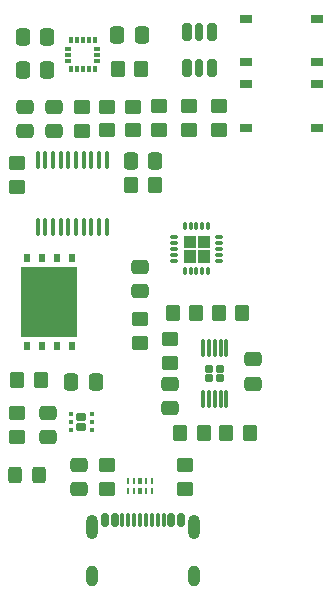
<source format=gbr>
%TF.GenerationSoftware,KiCad,Pcbnew,9.0.4*%
%TF.CreationDate,2025-09-15T16:29:57+02:00*%
%TF.ProjectId,stm32-mcu,73746d33-322d-46d6-9375-2e6b69636164,rev?*%
%TF.SameCoordinates,Original*%
%TF.FileFunction,Paste,Top*%
%TF.FilePolarity,Positive*%
%FSLAX46Y46*%
G04 Gerber Fmt 4.6, Leading zero omitted, Abs format (unit mm)*
G04 Created by KiCad (PCBNEW 9.0.4) date 2025-09-15 16:29:57*
%MOMM*%
%LPD*%
G01*
G04 APERTURE LIST*
G04 Aperture macros list*
%AMRoundRect*
0 Rectangle with rounded corners*
0 $1 Rounding radius*
0 $2 $3 $4 $5 $6 $7 $8 $9 X,Y pos of 4 corners*
0 Add a 4 corners polygon primitive as box body*
4,1,4,$2,$3,$4,$5,$6,$7,$8,$9,$2,$3,0*
0 Add four circle primitives for the rounded corners*
1,1,$1+$1,$2,$3*
1,1,$1+$1,$4,$5*
1,1,$1+$1,$6,$7*
1,1,$1+$1,$8,$9*
0 Add four rect primitives between the rounded corners*
20,1,$1+$1,$2,$3,$4,$5,0*
20,1,$1+$1,$4,$5,$6,$7,0*
20,1,$1+$1,$6,$7,$8,$9,0*
20,1,$1+$1,$8,$9,$2,$3,0*%
G04 Aperture macros list end*
%ADD10C,0.010000*%
%ADD11C,0.000000*%
%ADD12RoundRect,0.160000X-0.240000X0.565000X-0.240000X-0.565000X0.240000X-0.565000X0.240000X0.565000X0*%
%ADD13RoundRect,0.120000X-0.180000X0.605000X-0.180000X-0.605000X0.180000X-0.605000X0.180000X0.605000X0*%
%ADD14RoundRect,0.087500X0.087500X-0.187500X0.087500X0.187500X-0.087500X0.187500X-0.087500X-0.187500X0*%
%ADD15RoundRect,0.087500X0.187500X-0.087500X0.187500X0.087500X-0.187500X0.087500X-0.187500X-0.087500X0*%
%ADD16RoundRect,0.150000X-0.150000X-0.425000X0.150000X-0.425000X0.150000X0.425000X-0.150000X0.425000X0*%
%ADD17RoundRect,0.075000X-0.075000X-0.500000X0.075000X-0.500000X0.075000X0.500000X-0.075000X0.500000X0*%
%ADD18O,1.000000X2.100000*%
%ADD19O,1.000000X1.800000*%
%ADD20RoundRect,0.250000X-0.450000X0.350000X-0.450000X-0.350000X0.450000X-0.350000X0.450000X0.350000X0*%
%ADD21RoundRect,0.250000X-0.475000X0.337500X-0.475000X-0.337500X0.475000X-0.337500X0.475000X0.337500X0*%
%ADD22RoundRect,0.250000X-0.350000X-0.450000X0.350000X-0.450000X0.350000X0.450000X-0.350000X0.450000X0*%
%ADD23RoundRect,0.250000X0.475000X-0.337500X0.475000X0.337500X-0.475000X0.337500X-0.475000X-0.337500X0*%
%ADD24RoundRect,0.250000X0.450000X-0.350000X0.450000X0.350000X-0.450000X0.350000X-0.450000X-0.350000X0*%
%ADD25RoundRect,0.250000X0.337500X0.475000X-0.337500X0.475000X-0.337500X-0.475000X0.337500X-0.475000X0*%
%ADD26RoundRect,0.250000X0.325000X0.450000X-0.325000X0.450000X-0.325000X-0.450000X0.325000X-0.450000X0*%
%ADD27RoundRect,0.250000X-0.337500X-0.475000X0.337500X-0.475000X0.337500X0.475000X-0.337500X0.475000X0*%
%ADD28RoundRect,0.250000X0.350000X0.450000X-0.350000X0.450000X-0.350000X-0.450000X0.350000X-0.450000X0*%
%ADD29R,0.250000X0.500000*%
%ADD30R,0.450000X0.500000*%
%ADD31RoundRect,0.070200X-0.284800X-0.059800X0.284800X-0.059800X0.284800X0.059800X-0.284800X0.059800X0*%
%ADD32RoundRect,0.070200X-0.059800X-0.284800X0.059800X-0.284800X0.059800X0.284800X-0.059800X0.284800X0*%
%ADD33R,1.000000X0.700000*%
%ADD34R,0.508000X0.660400*%
%ADD35R,4.800600X5.994400*%
%ADD36RoundRect,0.172500X-0.262500X-0.172500X0.262500X-0.172500X0.262500X0.172500X-0.262500X0.172500X0*%
%ADD37RoundRect,0.093750X-0.093750X-0.106250X0.093750X-0.106250X0.093750X0.106250X-0.093750X0.106250X0*%
%ADD38RoundRect,0.157500X0.222500X-0.157500X0.222500X0.157500X-0.222500X0.157500X-0.222500X-0.157500X0*%
%ADD39RoundRect,0.075000X0.075000X-0.650000X0.075000X0.650000X-0.075000X0.650000X-0.075000X-0.650000X0*%
%ADD40RoundRect,0.100000X-0.100000X0.637500X-0.100000X-0.637500X0.100000X-0.637500X0.100000X0.637500X0*%
G04 APERTURE END LIST*
D10*
%TO.C,U7*%
X145600616Y-93165485D02*
X144639516Y-93165485D01*
X144639516Y-92205616D01*
X145600616Y-92205616D01*
X145600616Y-93165485D01*
G36*
X145600616Y-93165485D02*
G01*
X144639516Y-93165485D01*
X144639516Y-92205616D01*
X145600616Y-92205616D01*
X145600616Y-93165485D01*
G37*
X145600000Y-91944936D02*
X144640064Y-91944936D01*
X144640064Y-90985000D01*
X145600000Y-90985000D01*
X145600000Y-91944936D01*
G36*
X145600000Y-91944936D02*
G01*
X144640064Y-91944936D01*
X144640064Y-90985000D01*
X145600000Y-90985000D01*
X145600000Y-91944936D01*
G37*
X144380000Y-93165160D02*
X143419840Y-93165160D01*
X143419840Y-92205000D01*
X144380000Y-92205000D01*
X144380000Y-93165160D01*
G36*
X144380000Y-93165160D02*
G01*
X143419840Y-93165160D01*
X143419840Y-92205000D01*
X144380000Y-92205000D01*
X144380000Y-93165160D01*
G37*
X144379792Y-91945162D02*
X143419837Y-91945162D01*
X143419837Y-90984792D01*
X144379792Y-90984792D01*
X144379792Y-91945162D01*
G36*
X144379792Y-91945162D02*
G01*
X143419837Y-91945162D01*
X143419837Y-90984792D01*
X144379792Y-90984792D01*
X144379792Y-91945162D01*
G37*
D11*
%TO.C,U3*%
G36*
X131162173Y-95015549D02*
G01*
X129761973Y-95015549D01*
X129761973Y-93716949D01*
X131162173Y-93716949D01*
X131162173Y-95015549D01*
G37*
G36*
X131162173Y-96514149D02*
G01*
X129761973Y-96514149D01*
X129761973Y-95215549D01*
X131162173Y-95215549D01*
X131162173Y-96514149D01*
G37*
G36*
X131162173Y-98012749D02*
G01*
X129761973Y-98012749D01*
X129761973Y-96714149D01*
X131162173Y-96714149D01*
X131162173Y-98012749D01*
G37*
G36*
X131162173Y-99511349D02*
G01*
X129761973Y-99511349D01*
X129761973Y-98212749D01*
X131162173Y-98212749D01*
X131162173Y-99511349D01*
G37*
G36*
X132762373Y-95015549D02*
G01*
X131362173Y-95015549D01*
X131362173Y-93716949D01*
X132762373Y-93716949D01*
X132762373Y-95015549D01*
G37*
G36*
X132762373Y-96514149D02*
G01*
X131362173Y-96514149D01*
X131362173Y-95215549D01*
X132762373Y-95215549D01*
X132762373Y-96514149D01*
G37*
G36*
X132762373Y-98012749D02*
G01*
X131362173Y-98012749D01*
X131362173Y-96714149D01*
X132762373Y-96714149D01*
X132762373Y-98012749D01*
G37*
G36*
X132762373Y-99511349D02*
G01*
X131362173Y-99511349D01*
X131362173Y-98212749D01*
X132762373Y-98212749D01*
X132762373Y-99511349D01*
G37*
G36*
X134362573Y-95015549D02*
G01*
X132962373Y-95015549D01*
X132962373Y-93716949D01*
X134362573Y-93716949D01*
X134362573Y-95015549D01*
G37*
G36*
X134362573Y-96514149D02*
G01*
X132962373Y-96514149D01*
X132962373Y-95215549D01*
X134362573Y-95215549D01*
X134362573Y-96514149D01*
G37*
G36*
X134362573Y-98012749D02*
G01*
X132962373Y-98012749D01*
X132962373Y-96714149D01*
X134362573Y-96714149D01*
X134362573Y-98012749D01*
G37*
G36*
X134362573Y-99511349D02*
G01*
X132962373Y-99511349D01*
X132962373Y-98212749D01*
X134362573Y-98212749D01*
X134362573Y-99511349D01*
G37*
%TD*%
D12*
%TO.C,D2*%
X145805387Y-73754149D03*
D13*
X144755387Y-73754149D03*
D12*
X143705387Y-73754149D03*
X143705387Y-76804149D03*
D13*
X144755387Y-76804149D03*
D12*
X145805387Y-76804149D03*
%TD*%
D14*
%TO.C,U4*%
X133884752Y-76858842D03*
X134384752Y-76858842D03*
X134884752Y-76858842D03*
X135384752Y-76858842D03*
X135884752Y-76858842D03*
D15*
X136109752Y-76133842D03*
X136109752Y-75633842D03*
X136109752Y-75133842D03*
D14*
X135884752Y-74408842D03*
X135384752Y-74408842D03*
X134884752Y-74408842D03*
X134384752Y-74408842D03*
X133884752Y-74408842D03*
D15*
X133659752Y-75133842D03*
X133659752Y-75633842D03*
X133659752Y-76133842D03*
%TD*%
D16*
%TO.C,J1*%
X136775387Y-115029149D03*
X137575387Y-115029149D03*
D17*
X138725387Y-115029149D03*
X139725387Y-115029149D03*
X140225387Y-115029149D03*
X141225387Y-115029149D03*
D16*
X142375387Y-115029149D03*
X143175387Y-115029149D03*
X143175387Y-115029149D03*
X142375387Y-115029149D03*
D17*
X141725387Y-115029149D03*
X140725387Y-115029149D03*
X139225387Y-115029149D03*
X138225387Y-115029149D03*
D16*
X137575387Y-115029149D03*
X136775387Y-115029149D03*
D18*
X135655387Y-115604149D03*
D19*
X135655387Y-119784149D03*
D18*
X144295387Y-115604149D03*
D19*
X144295387Y-119784149D03*
%TD*%
D20*
%TO.C,R18*%
X143900387Y-80009149D03*
X143900387Y-82009149D03*
%TD*%
D21*
%TO.C,C14*%
X149310000Y-101430000D03*
X149310000Y-103505000D03*
%TD*%
D20*
%TO.C,R9*%
X136966658Y-80055547D03*
X136966658Y-82055547D03*
%TD*%
D22*
%TO.C,R1*%
X139007222Y-86704963D03*
X141007222Y-86704963D03*
%TD*%
D23*
%TO.C,C3*%
X134527221Y-112432500D03*
X134527221Y-110357500D03*
%TD*%
D24*
%TO.C,R14*%
X142240000Y-101720000D03*
X142240000Y-99720000D03*
%TD*%
D25*
%TO.C,C7*%
X131870358Y-76940286D03*
X129795358Y-76940286D03*
%TD*%
D26*
%TO.C,D1*%
X131170832Y-111219149D03*
X129120832Y-111219149D03*
%TD*%
D27*
%TO.C,C1*%
X138949242Y-84626249D03*
X141024242Y-84626249D03*
%TD*%
D28*
%TO.C,R13*%
X148405000Y-97545000D03*
X146405000Y-97545000D03*
%TD*%
D29*
%TO.C,U5*%
X138735387Y-112560000D03*
X139235387Y-112560000D03*
D30*
X139735387Y-112560000D03*
D29*
X140235387Y-112560000D03*
X140735387Y-112560000D03*
X140735387Y-111760000D03*
X140235387Y-111760000D03*
D30*
X139735387Y-111760000D03*
D29*
X139235387Y-111760000D03*
X138735387Y-111760000D03*
%TD*%
D31*
%TO.C,U7*%
X142605000Y-91075000D03*
X142605000Y-91575000D03*
X142605000Y-92075000D03*
X142605000Y-92575000D03*
X142605000Y-93075000D03*
D32*
X143510000Y-93980000D03*
X144010000Y-93980000D03*
X144510000Y-93980000D03*
X145010000Y-93980000D03*
X145510000Y-93980000D03*
D31*
X146415000Y-93075000D03*
X146415000Y-92575000D03*
X146415000Y-92075000D03*
X146415000Y-91575000D03*
X146415000Y-91075000D03*
D32*
X145510000Y-90170000D03*
X145010000Y-90170000D03*
X144510000Y-90170000D03*
X144010000Y-90170000D03*
X143510000Y-90170000D03*
%TD*%
D27*
%TO.C,C4*%
X133905015Y-103388956D03*
X135980015Y-103388956D03*
%TD*%
D24*
%TO.C,R3*%
X143510000Y-112395000D03*
X143510000Y-110395000D03*
%TD*%
D33*
%TO.C,RESET1*%
X148695387Y-78164012D03*
X154695387Y-78164012D03*
X148695387Y-81864012D03*
X154695387Y-81864012D03*
%TD*%
D20*
%TO.C,R10*%
X134811875Y-80096051D03*
X134811875Y-82096051D03*
%TD*%
D21*
%TO.C,C6*%
X130016269Y-80042349D03*
X130016269Y-82117349D03*
%TD*%
%TO.C,C12*%
X139700000Y-93577500D03*
X139700000Y-95652500D03*
%TD*%
D34*
%TO.C,U3*%
X130157273Y-100335249D03*
X131427273Y-100335249D03*
X132697273Y-100335249D03*
X133967273Y-100335249D03*
X133967273Y-92893049D03*
X132697273Y-92893049D03*
X131427273Y-92893049D03*
X130157273Y-92893049D03*
D35*
X132062273Y-96614149D03*
%TD*%
D28*
%TO.C,R6*%
X139842308Y-76871223D03*
X137842308Y-76871223D03*
%TD*%
D36*
%TO.C,U2*%
X134757887Y-106326791D03*
X134757887Y-107126791D03*
D37*
X133870387Y-106076791D03*
X133870387Y-106726791D03*
X133870387Y-107376791D03*
X135645387Y-107376791D03*
X135645387Y-106726791D03*
X135645387Y-106076791D03*
%TD*%
D23*
%TO.C,C2*%
X132454529Y-82113781D03*
X132454529Y-80038781D03*
%TD*%
D20*
%TO.C,R5*%
X129295387Y-105990761D03*
X129295387Y-107990761D03*
%TD*%
%TO.C,R2*%
X139121439Y-80047446D03*
X139121439Y-82047446D03*
%TD*%
D25*
%TO.C,C9*%
X131886559Y-74177952D03*
X129811559Y-74177952D03*
%TD*%
D23*
%TO.C,C13*%
X142240000Y-105580000D03*
X142240000Y-103505000D03*
%TD*%
D24*
%TO.C,R4*%
X136939757Y-112395000D03*
X136939757Y-110395000D03*
%TD*%
D28*
%TO.C,R16*%
X144510000Y-97545000D03*
X142510000Y-97545000D03*
%TD*%
D20*
%TO.C,R19*%
X146440387Y-80009149D03*
X146440387Y-82009149D03*
%TD*%
D33*
%TO.C,BOOT1*%
X148705293Y-72590722D03*
X154705293Y-72590722D03*
X148705293Y-76290722D03*
X154705293Y-76290722D03*
%TD*%
D20*
%TO.C,R17*%
X141360387Y-80009149D03*
X141360387Y-82009149D03*
%TD*%
%TO.C,R8*%
X129323661Y-84836976D03*
X129323661Y-86836976D03*
%TD*%
D22*
%TO.C,R12*%
X147040000Y-107705000D03*
X149040000Y-107705000D03*
%TD*%
D38*
%TO.C,U8*%
X145584812Y-103015000D03*
X146524812Y-103015000D03*
X145584812Y-102235000D03*
X146524812Y-102235000D03*
D39*
X145054812Y-104775000D03*
X145554812Y-104775000D03*
X146054812Y-104775000D03*
X146554812Y-104775000D03*
X147054812Y-104775000D03*
X147054812Y-100475000D03*
X146554812Y-100475000D03*
X146054812Y-100475000D03*
X145554812Y-100475000D03*
X145054812Y-100475000D03*
%TD*%
D20*
%TO.C,R15*%
X139700000Y-98060000D03*
X139700000Y-100060000D03*
%TD*%
D22*
%TO.C,R7*%
X129314782Y-103199641D03*
X131314782Y-103199641D03*
%TD*%
D25*
%TO.C,C8*%
X139865733Y-73950812D03*
X137790733Y-73950812D03*
%TD*%
D23*
%TO.C,C5*%
X131953363Y-108017085D03*
X131953363Y-105942085D03*
%TD*%
D28*
%TO.C,R11*%
X145145000Y-107705000D03*
X143145000Y-107705000D03*
%TD*%
D40*
%TO.C,U1*%
X136915387Y-84539149D03*
X136265387Y-84539149D03*
X135615387Y-84539149D03*
X134965387Y-84539149D03*
X134315387Y-84539149D03*
X133665387Y-84539149D03*
X133015387Y-84539149D03*
X132365387Y-84539149D03*
X131715387Y-84539149D03*
X131065387Y-84539149D03*
X131065387Y-90264149D03*
X131715387Y-90264149D03*
X132365387Y-90264149D03*
X133015387Y-90264149D03*
X133665387Y-90264149D03*
X134315387Y-90264149D03*
X134965387Y-90264149D03*
X135615387Y-90264149D03*
X136265387Y-90264149D03*
X136915387Y-90264149D03*
%TD*%
M02*

</source>
